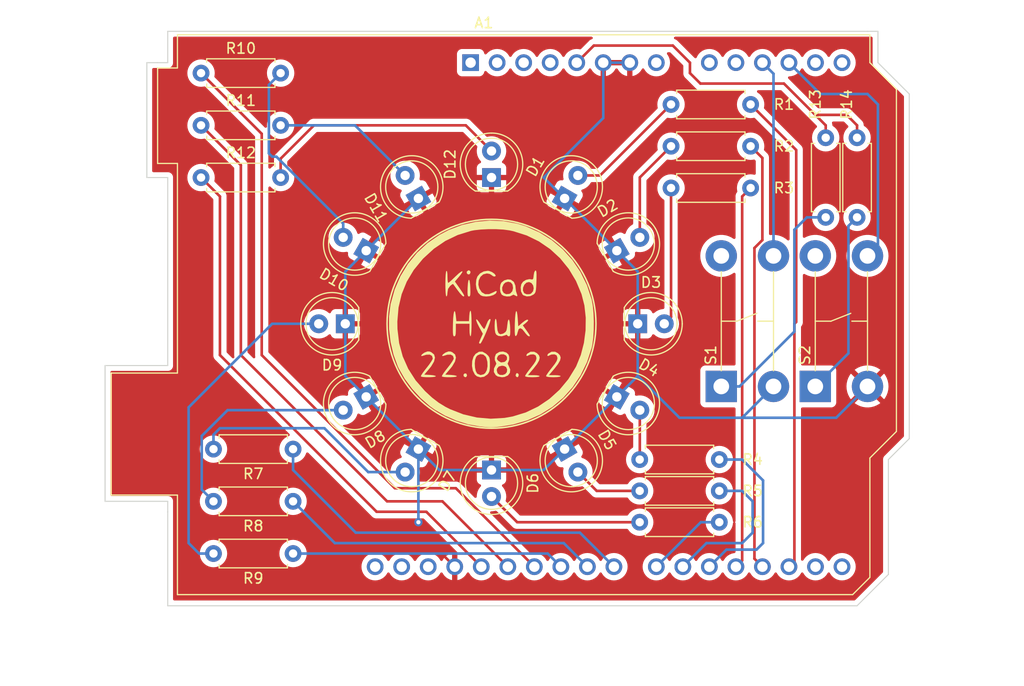
<source format=kicad_pcb>
(kicad_pcb (version 20211014) (generator pcbnew)
  (layers (0 "F.Cu" signal) (31 "B.Cu" signal) (34 "B.Paste" user) (35 "F.Paste" user) (36 "B.SilkS" user "B.Silkscreen") (37 "F.SilkS" user "F.Silkscreen") (38 "B.Mask" user) (39 "F.Mask" user) (44 "Edge.Cuts" user))
  (net 0 "")
  (net 5 "+5V")
  (net 6 "GND")
  (net 10 "A2")
  (net 11 "A3")
  (net 16 "S01")
  (net 17 "S02")
  (net 18 "S03")
  (net 19 "S04")
  (net 20 "S05")
  (net 21 "S06")
  (net 22 "S07")
  (net 23 "S08")
  (net 24 "S09")
  (net 25 "S10")
  (net 26 "S11")
  (net 27 "S12")
  (net 31 "Net-(D1-Pad2)")
  (net 32 "Net-(D2-Pad2)")
  (net 33 "Net-(D3-Pad2)")
  (net 34 "Net-(D4-Pad2)")
  (net 35 "Net-(D5-Pad2)")
  (net 36 "Net-(D6-Pad2)")
  (net 37 "Net-(D7-Pad2)")
  (net 38 "Net-(D8-Pad2)")
  (net 39 "Net-(D9-Pad2)")
  (net 40 "Net-(D10-Pad2)")
  (net 41 "Net-(D11-Pad2)")
  (net 42 "Net-(D12-Pad2)")
  (net 43 "Net-(R13-Pad1)")
  (net 44 "Net-(R14-Pad1)")
  (footprint "LED_THT:LED_D5.0mm" (layer "F.Cu") (at 134 84 150)
    (fp_text reference "D10" (at 1.27 -3.96 150) (layer "F.SilkS"))
    (fp_text value "LED")
    (pad "1" thru_hole rect (at 0 0 150) (size 1.8 1.8) (drill 0.9) (layers *.Cu *.Mask) (net 6 "GND"))
    (pad "2" thru_hole circle (at 2.54 0 150) (size 1.8 1.8) (drill 0.9) (layers *.Cu *.Mask) (net 40 "Net-(D10-Pad2)"))
  )
  (footprint "Hyuk_Library:NW3-TS-G008" (layer "F.Cu") (at 168 97 90)
    (fp_text reference "S1" (at 3 -1 90 unlocked) (layer "F.SilkS"))
    (fp_text value "SW_TACT")
    (pad "1" thru_hole rect (at 0 0 90) (size 3 3) (drill 1.5) (layers *.Cu *.Mask) (net 43 "Net-(R13-Pad1)"))
    (pad "2" thru_hole circle (at 0 5 90) (size 3 3) (drill 1.5) (layers *.Cu *.Mask) (net 6 "GND"))
    (pad "3" thru_hole circle (at 12.5 0 90) (size 3 3) (drill 1.5) (layers *.Cu *.Mask))
    (pad "4" thru_hole circle (at 12.5 5 90) (size 3 3) (drill 1.5) (layers *.Cu *.Mask) (net 10 "A2"))
  )
  (footprint "LED_THT:LED_D5.0mm" (layer "F.Cu") (at 134 98 -150)
    (fp_text reference "D8" (at 1.27 -3.96 30) (layer "F.SilkS"))
    (fp_text value "LED")
    (pad "1" thru_hole rect (at 0 0 210) (size 1.8 1.8) (drill 0.9) (layers *.Cu *.Mask) (net 6 "GND"))
    (pad "2" thru_hole circle (at 2.54 0 210) (size 1.8 1.8) (drill 0.9) (layers *.Cu *.Mask) (net 38 "Net-(D8-Pad2)"))
  )
  (footprint "Resistor_THT:R_Axial_DIN0207_L6.3mm_D2.5mm_P7.62mm_Horizontal" (layer "F.Cu") (at 167.81 107 180)
    (fp_text reference "R5" (at -3.19 0) (layer "F.SilkS"))
    (fp_text value "300")
    (pad "1" thru_hole circle (at 0 0 180) (size 1.6 1.6) (drill 0.8) (layers *.Cu *.Mask) (net 20 "S05"))
    (pad "2" thru_hole oval (at 7.62 0 180) (size 1.6 1.6) (drill 0.8) (layers *.Cu *.Mask) (net 35 "Net-(D5-Pad2)"))
  )
  (footprint "Resistor_THT:R_Axial_DIN0207_L6.3mm_D2.5mm_P7.62mm_Horizontal" (layer "F.Cu") (at 118.19 77)
    (fp_text reference "R12" (at 3.81 -2.37) (layer "F.SilkS"))
    (fp_text value "300")
    (pad "1" thru_hole circle (at 0 0) (size 1.6 1.6) (drill 0.8) (layers *.Cu *.Mask) (net 27 "S12"))
    (pad "2" thru_hole oval (at 7.62 0) (size 1.6 1.6) (drill 0.8) (layers *.Cu *.Mask) (net 42 "Net-(D12-Pad2)"))
  )
  (footprint "Resistor_THT:R_Axial_DIN0207_L6.3mm_D2.5mm_P7.62mm_Horizontal" (layer "F.Cu") (at 181 80.81 90)
    (fp_text reference "R14" (at 10.81 -1 90) (layer "F.SilkS"))
    (fp_text value "10K")
    (pad "1" thru_hole circle (at 0 0 90) (size 1.6 1.6) (drill 0.8) (layers *.Cu *.Mask) (net 44 "Net-(R14-Pad1)"))
    (pad "2" thru_hole oval (at 7.62 0 90) (size 1.6 1.6) (drill 0.8) (layers *.Cu *.Mask) (net 5 "+5V"))
  )
  (footprint "Module:Arduino_UNO_R3" (layer "F.Cu") (at 144 66)
    (fp_text reference "A1" (at 1.27 -3.81 180) (layer "F.SilkS"))
    (fp_text value "Arduino_UNO_R3")
    (pad "1" thru_hole rect locked (at 0 0 90) (size 1.6 1.6) (drill 1) (layers *.Cu *.Mask))
    (pad "2" thru_hole oval locked (at 2.54 0 90) (size 1.6 1.6) (drill 1) (layers *.Cu *.Mask))
    (pad "3" thru_hole oval locked (at 5.08 0 90) (size 1.6 1.6) (drill 1) (layers *.Cu *.Mask))
    (pad "4" thru_hole oval locked (at 7.62 0 90) (size 1.6 1.6) (drill 1) (layers *.Cu *.Mask))
    (pad "5" thru_hole oval locked (at 10.16 0 90) (size 1.6 1.6) (drill 1) (layers *.Cu *.Mask) (net 5 "+5V"))
    (pad "6" thru_hole oval locked (at 12.7 0 90) (size 1.6 1.6) (drill 1) (layers *.Cu *.Mask) (net 6 "GND"))
    (pad "7" thru_hole oval locked (at 15.24 0 90) (size 1.6 1.6) (drill 1) (layers *.Cu *.Mask) (net 6 "GND"))
    (pad "8" thru_hole oval locked (at 17.78 0 90) (size 1.6 1.6) (drill 1) (layers *.Cu *.Mask))
    (pad "9" thru_hole oval locked (at 22.86 0 90) (size 1.6 1.6) (drill 1) (layers *.Cu *.Mask))
    (pad "10" thru_hole oval locked (at 25.4 0 90) (size 1.6 1.6) (drill 1) (layers *.Cu *.Mask))
    (pad "11" thru_hole oval locked (at 27.94 0 90) (size 1.6 1.6) (drill 1) (layers *.Cu *.Mask) (net 10 "A2"))
    (pad "12" thru_hole oval locked (at 30.48 0 90) (size 1.6 1.6) (drill 1) (layers *.Cu *.Mask) (net 11 "A3"))
    (pad "13" thru_hole oval locked (at 33.02 0 90) (size 1.6 1.6) (drill 1) (layers *.Cu *.Mask))
    (pad "14" thru_hole oval locked (at 35.56 0 90) (size 1.6 1.6) (drill 1) (layers *.Cu *.Mask))
    (pad "15" thru_hole oval locked (at 35.56 48.26 90) (size 1.6 1.6) (drill 1) (layers *.Cu *.Mask))
    (pad "16" thru_hole oval locked (at 33.02 48.26 90) (size 1.6 1.6) (drill 1) (layers *.Cu *.Mask))
    (pad "17" thru_hole oval locked (at 30.48 48.26 90) (size 1.6 1.6) (drill 1) (layers *.Cu *.Mask) (net 16 "S01"))
    (pad "18" thru_hole oval locked (at 27.94 48.26 90) (size 1.6 1.6) (drill 1) (layers *.Cu *.Mask) (net 17 "S02"))
    (pad "19" thru_hole oval locked (at 25.4 48.26 90) (size 1.6 1.6) (drill 1) (layers *.Cu *.Mask) (net 18 "S03"))
    (pad "20" thru_hole oval locked (at 22.86 48.26 90) (size 1.6 1.6) (drill 1) (layers *.Cu *.Mask) (net 19 "S04"))
    (pad "21" thru_hole oval locked (at 20.32 48.26 90) (size 1.6 1.6) (drill 1) (layers *.Cu *.Mask) (net 20 "S05"))
    (pad "22" thru_hole oval locked (at 17.78 48.26 90) (size 1.6 1.6) (drill 1) (layers *.Cu *.Mask) (net 21 "S06"))
    (pad "23" thru_hole oval locked (at 13.72 48.26 90) (size 1.6 1.6) (drill 1) (layers *.Cu *.Mask) (net 22 "S07"))
    (pad "24" thru_hole oval locked (at 11.18 48.26 90) (size 1.6 1.6) (drill 1) (layers *.Cu *.Mask) (net 23 "S08"))
    (pad "25" thru_hole oval locked (at 8.64 48.26 90) (size 1.6 1.6) (drill 1) (layers *.Cu *.Mask) (net 24 "S09"))
    (pad "26" thru_hole oval locked (at 6.1 48.26 90) (size 1.6 1.6) (drill 1) (layers *.Cu *.Mask) (net 25 "S10"))
    (pad "27" thru_hole oval locked (at 3.56 48.26 90) (size 1.6 1.6) (drill 1) (layers *.Cu *.Mask) (net 26 "S11"))
    (pad "28" thru_hole oval locked (at 1.02 48.26 90) (size 1.6 1.6) (drill 1) (layers *.Cu *.Mask) (net 27 "S12"))
    (pad "29" thru_hole oval locked (at -1.52 48.26 90) (size 1.6 1.6) (drill 1) (layers *.Cu *.Mask) (net 6 "GND"))
    (pad "30" thru_hole oval locked (at -4.06 48.26 90) (size 1.6 1.6) (drill 1) (layers *.Cu *.Mask))
    (pad "31" thru_hole oval locked (at -6.6 48.26 90) (size 1.6 1.6) (drill 1) (layers *.Cu *.Mask))
    (pad "32" thru_hole oval locked (at -9.14 48.26 90) (size 1.6 1.6) (drill 1) (layers *.Cu *.Mask))
  )
  (footprint "Resistor_THT:R_Axial_DIN0207_L6.3mm_D2.5mm_P7.62mm_Horizontal" (layer "F.Cu") (at 170.81 74 180)
    (fp_text reference "R2" (at -3.19 0) (layer "F.SilkS"))
    (fp_text value "300")
    (pad "1" thru_hole circle (at 0 0 180) (size 1.6 1.6) (drill 0.8) (layers *.Cu *.Mask) (net 17 "S02"))
    (pad "2" thru_hole oval (at 7.62 0 180) (size 1.6 1.6) (drill 0.8) (layers *.Cu *.Mask) (net 32 "Net-(D2-Pad2)"))
  )
  (footprint "LED_THT:LED_D5.0mm" (layer "F.Cu") (at 158 84 30)
    (fp_text reference "D2" (at 1.27 -3.96 30) (layer "F.SilkS"))
    (fp_text value "LED")
    (pad "1" thru_hole rect (at 0 0 30) (size 1.8 1.8) (drill 0.9) (layers *.Cu *.Mask) (net 6 "GND"))
    (pad "2" thru_hole circle (at 2.54 0 30) (size 1.8 1.8) (drill 0.9) (layers *.Cu *.Mask) (net 32 "Net-(D2-Pad2)"))
  )
  (footprint "LED_THT:LED_D5.0mm" (layer "F.Cu") (at 139 103 -120)
    (fp_text reference "D7" (at 1.27 -3.96 60) (layer "F.SilkS"))
    (fp_text value "LED")
    (pad "1" thru_hole rect (at 0 0 240) (size 1.8 1.8) (drill 0.9) (layers *.Cu *.Mask) (net 6 "GND"))
    (pad "2" thru_hole circle (at 2.54 0 240) (size 1.8 1.8) (drill 0.9) (layers *.Cu *.Mask) (net 37 "Net-(D7-Pad2)"))
  )
  (footprint "LED_THT:LED_D5.0mm" (layer "F.Cu") (at 158 98 -30)
    (fp_text reference "D4" (at 1.27 -3.96 150) (layer "F.SilkS"))
    (fp_text value "LED")
    (pad "1" thru_hole rect (at 0 0 330) (size 1.8 1.8) (drill 0.9) (layers *.Cu *.Mask) (net 6 "GND"))
    (pad "2" thru_hole circle (at 2.54 0 330) (size 1.8 1.8) (drill 0.9) (layers *.Cu *.Mask) (net 34 "Net-(D4-Pad2)"))
  )
  (footprint "LED_THT:LED_D5.0mm" (layer "F.Cu") (at 132 91 180)
    (fp_text reference "D9" (at 1.27 -3.96) (layer "F.SilkS"))
    (fp_text value "LED")
    (pad "1" thru_hole rect (at 0 0 180) (size 1.8 1.8) (drill 0.9) (layers *.Cu *.Mask) (net 6 "GND"))
    (pad "2" thru_hole circle (at 2.54 0 180) (size 1.8 1.8) (drill 0.9) (layers *.Cu *.Mask) (net 39 "Net-(D9-Pad2)"))
  )
  (footprint "Resistor_THT:R_Axial_DIN0207_L6.3mm_D2.5mm_P7.62mm_Horizontal" (layer "F.Cu") (at 167.81 110 180)
    (fp_text reference "R6" (at -3.19 0) (layer "F.SilkS"))
    (fp_text value "300")
    (pad "1" thru_hole circle (at 0 0 180) (size 1.6 1.6) (drill 0.8) (layers *.Cu *.Mask) (net 21 "S06"))
    (pad "2" thru_hole oval (at 7.62 0 180) (size 1.6 1.6) (drill 0.8) (layers *.Cu *.Mask) (net 36 "Net-(D6-Pad2)"))
  )
  (footprint "LED_THT:LED_D5.0mm" (layer "F.Cu") (at 153 103 -60)
    (fp_text reference "D5" (at 1.27 -3.96 120) (layer "F.SilkS"))
    (fp_text value "LED")
    (pad "1" thru_hole rect (at 0 0 300) (size 1.8 1.8) (drill 0.9) (layers *.Cu *.Mask) (net 6 "GND"))
    (pad "2" thru_hole circle (at 2.54 0 300) (size 1.8 1.8) (drill 0.9) (layers *.Cu *.Mask) (net 35 "Net-(D5-Pad2)"))
  )
  (footprint "Resistor_THT:R_Axial_DIN0207_L6.3mm_D2.5mm_P7.62mm_Horizontal" (layer "F.Cu") (at 167.81 104 180)
    (fp_text reference "R4" (at -3.19 0) (layer "F.SilkS"))
    (fp_text value "300")
    (pad "1" thru_hole circle (at 0 0 180) (size 1.6 1.6) (drill 0.8) (layers *.Cu *.Mask) (net 19 "S04"))
    (pad "2" thru_hole oval (at 7.62 0 180) (size 1.6 1.6) (drill 0.8) (layers *.Cu *.Mask) (net 34 "Net-(D4-Pad2)"))
  )
  (footprint "Resistor_THT:R_Axial_DIN0207_L6.3mm_D2.5mm_P7.62mm_Horizontal" (layer "F.Cu") (at 170.81 78 180)
    (fp_text reference "R3" (at -3.19 0) (layer "F.SilkS"))
    (fp_text value "300")
    (pad "1" thru_hole circle (at 0 0 180) (size 1.6 1.6) (drill 0.8) (layers *.Cu *.Mask) (net 18 "S03"))
    (pad "2" thru_hole oval (at 7.62 0 180) (size 1.6 1.6) (drill 0.8) (layers *.Cu *.Mask) (net 33 "Net-(D3-Pad2)"))
  )
  (footprint "LED_THT:LED_D5.0mm" (layer "F.Cu") (at 146 105 -90)
    (fp_text reference "D6" (at 1.27 -3.96 90) (layer "F.SilkS"))
    (fp_text value "LED")
    (pad "1" thru_hole rect (at 0 0 270) (size 1.8 1.8) (drill 0.9) (layers *.Cu *.Mask) (net 6 "GND"))
    (pad "2" thru_hole circle (at 2.54 0 270) (size 1.8 1.8) (drill 0.9) (layers *.Cu *.Mask) (net 36 "Net-(D6-Pad2)"))
  )
  (footprint "Hyuk_Library:NW3-TS-G008" (layer "F.Cu") (at 177 97 90)
    (fp_text reference "S2" (at 3 -1 90 unlocked) (layer "F.SilkS"))
    (fp_text value "SW_TACT")
    (pad "1" thru_hole rect (at 0 0 90) (size 3 3) (drill 1.5) (layers *.Cu *.Mask) (net 44 "Net-(R14-Pad1)"))
    (pad "2" thru_hole circle (at 0 5 90) (size 3 3) (drill 1.5) (layers *.Cu *.Mask) (net 6 "GND"))
    (pad "3" thru_hole circle (at 12.5 0 90) (size 3 3) (drill 1.5) (layers *.Cu *.Mask))
    (pad "4" thru_hole circle (at 12.5 5 90) (size 3 3) (drill 1.5) (layers *.Cu *.Mask) (net 11 "A3"))
  )
  (footprint "Resistor_THT:R_Axial_DIN0207_L6.3mm_D2.5mm_P7.62mm_Horizontal" (layer "F.Cu") (at 127 108 180)
    (fp_text reference "R8" (at 3.81 -2.37) (layer "F.SilkS"))
    (fp_text value "300")
    (pad "1" thru_hole circle (at 0 0 180) (size 1.6 1.6) (drill 0.8) (layers *.Cu *.Mask) (net 23 "S08"))
    (pad "2" thru_hole oval (at 7.62 0 180) (size 1.6 1.6) (drill 0.8) (layers *.Cu *.Mask) (net 38 "Net-(D8-Pad2)"))
  )
  (footprint "LED_THT:LED_D5.0mm" (layer "F.Cu") (at 146 77 90)
    (fp_text reference "D12" (at 1.27 -3.96 90) (layer "F.SilkS"))
    (fp_text value "LED")
    (pad "1" thru_hole rect (at 0 0 90) (size 1.8 1.8) (drill 0.9) (layers *.Cu *.Mask) (net 6 "GND"))
    (pad "2" thru_hole circle (at 2.54 0 90) (size 1.8 1.8) (drill 0.9) (layers *.Cu *.Mask) (net 42 "Net-(D12-Pad2)"))
  )
  (footprint "LED_THT:LED_D5.0mm" (layer "F.Cu") (at 160 91)
    (fp_text reference "D3" (at 1.27 -3.96) (layer "F.SilkS"))
    (fp_text value "LED")
    (pad "1" thru_hole rect (at 0 0) (size 1.8 1.8) (drill 0.9) (layers *.Cu *.Mask) (net 6 "GND"))
    (pad "2" thru_hole circle (at 2.54 0) (size 1.8 1.8) (drill 0.9) (layers *.Cu *.Mask) (net 33 "Net-(D3-Pad2)"))
  )
  (footprint "Resistor_THT:R_Axial_DIN0207_L6.3mm_D2.5mm_P7.62mm_Horizontal" (layer "F.Cu") (at 118.19 67)
    (fp_text reference "R10" (at 3.81 -2.37) (layer "F.SilkS"))
    (fp_text value "300")
    (pad "1" thru_hole circle (at 0 0) (size 1.6 1.6) (drill 0.8) (layers *.Cu *.Mask) (net 25 "S10"))
    (pad "2" thru_hole oval (at 7.62 0) (size 1.6 1.6) (drill 0.8) (layers *.Cu *.Mask) (net 40 "Net-(D10-Pad2)"))
  )
  (footprint "LED_THT:LED_D5.0mm" (layer "F.Cu") (at 153 79 60)
    (fp_text reference "D1" (at 1.27 -3.96 60) (layer "F.SilkS"))
    (fp_text value "LED")
    (pad "1" thru_hole rect (at 0 0 60) (size 1.8 1.8) (drill 0.9) (layers *.Cu *.Mask) (net 6 "GND"))
    (pad "2" thru_hole circle (at 2.54 0 60) (size 1.8 1.8) (drill 0.9) (layers *.Cu *.Mask) (net 31 "Net-(D1-Pad2)"))
  )
  (footprint "Resistor_THT:R_Axial_DIN0207_L6.3mm_D2.5mm_P7.62mm_Horizontal" (layer "F.Cu") (at 127 113 180)
    (fp_text reference "R9" (at 3.81 -2.37) (layer "F.SilkS"))
    (fp_text value "300")
    (pad "1" thru_hole circle (at 0 0 180) (size 1.6 1.6) (drill 0.8) (layers *.Cu *.Mask) (net 24 "S09"))
    (pad "2" thru_hole oval (at 7.62 0 180) (size 1.6 1.6) (drill 0.8) (layers *.Cu *.Mask) (net 39 "Net-(D9-Pad2)"))
  )
  (footprint "Resistor_THT:R_Axial_DIN0207_L6.3mm_D2.5mm_P7.62mm_Horizontal" (layer "F.Cu") (at 127 103 180)
    (fp_text reference "R7" (at 3.81 -2.37) (layer "F.SilkS"))
    (fp_text value "300")
    (pad "1" thru_hole circle (at 0 0 180) (size 1.6 1.6) (drill 0.8) (layers *.Cu *.Mask) (net 22 "S07"))
    (pad "2" thru_hole oval (at 7.62 0 180) (size 1.6 1.6) (drill 0.8) (layers *.Cu *.Mask) (net 37 "Net-(D7-Pad2)"))
  )
  (footprint "LED_THT:LED_D5.0mm" (layer "F.Cu") (at 139 79 120)
    (fp_text reference "D11" (at 1.27 -3.96 120) (layer "F.SilkS"))
    (fp_text value "LED")
    (pad "1" thru_hole rect (at 0 0 120) (size 1.8 1.8) (drill 0.9) (layers *.Cu *.Mask) (net 6 "GND"))
    (pad "2" thru_hole circle (at 2.54 0 120) (size 1.8 1.8) (drill 0.9) (layers *.Cu *.Mask) (net 41 "Net-(D11-Pad2)"))
  )
  (footprint "Resistor_THT:R_Axial_DIN0207_L6.3mm_D2.5mm_P7.62mm_Horizontal" (layer "F.Cu") (at 178 80.81 90)
    (fp_text reference "R13" (at 10.81 -1 90) (layer "F.SilkS"))
    (fp_text value "10K")
    (pad "1" thru_hole circle (at 0 0 90) (size 1.6 1.6) (drill 0.8) (layers *.Cu *.Mask) (net 43 "Net-(R13-Pad1)"))
    (pad "2" thru_hole oval (at 7.62 0 90) (size 1.6 1.6) (drill 0.8) (layers *.Cu *.Mask) (net 5 "+5V"))
  )
  (footprint "Resistor_THT:R_Axial_DIN0207_L6.3mm_D2.5mm_P7.62mm_Horizontal" (layer "F.Cu") (at 118.19 72)
    (fp_text reference "R11" (at 3.81 -2.37) (layer "F.SilkS"))
    (fp_text value "300")
    (pad "1" thru_hole circle (at 0 0) (size 1.6 1.6) (drill 0.8) (layers *.Cu *.Mask) (net 26 "S11"))
    (pad "2" thru_hole oval (at 7.62 0) (size 1.6 1.6) (drill 0.8) (layers *.Cu *.Mask) (net 41 "Net-(D11-Pad2)"))
  )
  (footprint "Hyuk_Library:Logo_220822_1" (layer "F.Cu") (at 146 91)
    (fp_text reference "G***" hide)
    (fp_text value "LOGO" hide)
  )
  (footprint "Resistor_THT:R_Axial_DIN0207_L6.3mm_D2.5mm_P7.62mm_Horizontal" (layer "F.Cu") (at 170.81 70 180)
    (fp_text reference "R1" (at -3.19 0) (layer "F.SilkS"))
    (fp_text value "300")
    (pad "1" thru_hole circle (at 0 0 180) (size 1.6 1.6) (drill 0.8) (layers *.Cu *.Mask) (net 16 "S01"))
    (pad "2" thru_hole oval (at 7.62 0 180) (size 1.6 1.6) (drill 0.8) (layers *.Cu *.Mask) (net 31 "Net-(D1-Pad2)"))
  )
  (gr_circle (center 146 91) (end 146 101) (layer "F.SilkS") (width 0.15) (fill none))
  (gr_line (start 182 63) (end 183 63) (layer "Edge.Cuts") (width 0.1))
  (gr_line (start 115 109) (end 115 108) (layer "Edge.Cuts") (width 0.1))
  (gr_line (start 113 66) (end 113 77) (layer "Edge.Cuts") (width 0.1))
  (gr_line (start 115 95) (end 115 77) (layer "Edge.Cuts") (width 0.1))
  (gr_line (start 115 118) (end 115 109) (layer "Edge.Cuts") (width 0.1))
  (gr_line (start 186 102) (end 184 104) (layer "Edge.Cuts") (width 0.1))
  (gr_line (start 113 77) (end 115 77) (layer "Edge.Cuts") (width 0.1))
  (gr_line (start 183 66) (end 185 68) (layer "Edge.Cuts") (width 0.1))
  (gr_line (start 115 63) (end 182 63) (layer "Edge.Cuts") (width 0.1))
  (gr_line (start 186 69) (end 186 102) (layer "Edge.Cuts") (width 0.1))
  (gr_line (start 114 66) (end 113 66) (layer "Edge.Cuts") (width 0.1))
  (gr_line (start 115 66) (end 115 63) (layer "Edge.Cuts") (width 0.1))
  (gr_line (start 185 68) (end 186 69) (layer "Edge.Cuts") (width 0.1))
  (gr_line (start 181 118) (end 115 118) (layer "Edge.Cuts") (width 0.1))
  (gr_line (start 183 63) (end 183 66) (layer "Edge.Cuts") (width 0.1))
  (gr_line (start 109 95) (end 115 95) (layer "Edge.Cuts") (width 0.1))
  (gr_line (start 114 66) (end 115 66) (layer "Edge.Cuts") (width 0.1))
  (gr_line (start 184 115) (end 181 118) (layer "Edge.Cuts") (width 0.1))
  (gr_line (start 184 104) (end 184 115) (layer "Edge.Cuts") (width 0.1))
  (gr_line (start 115 108) (end 109 108) (layer "Edge.Cuts") (width 0.1))
  (gr_line (start 109 108) (end 109 95) (layer "Edge.Cuts") (width 0.1))
  (segment (start 177 71) (end 178 72) (width 0.25) (layer "F.Cu") (net 5))
  (segment (start 166 68) (end 174 68) (width 0.25) (layer "F.Cu") (net 5))
  (segment (start 177 71) (end 180 71) (width 0.25) (layer "F.Cu") (net 5))
  (segment (start 180 71) (end 181 72) (width 0.25) (layer "F.Cu") (net 5))
  (segment (start 181 72) (end 181 73.19) (width 0.25) (layer "F.Cu") (net 5))
  (segment (start 163.363557 64.363557) (end 165 66) (width 0.25) (layer "F.Cu") (net 5))
  (segment (start 174 68) (end 177 71) (width 0.25) (layer "F.Cu") (net 5))
  (segment (start 154.16 66) (end 155.796443 64.363557) (width 0.25) (layer "F.Cu") (net 5))
  (segment (start 165 67) (end 166 68) (width 0.25) (layer "F.Cu") (net 5))
  (segment (start 165 66) (end 165 67) (width 0.25) (layer "F.Cu") (net 5))
  (segment (start 178 72) (end 178 73.19) (width 0.25) (layer "F.Cu") (net 5))
  (segment (start 155.796443 64.363557) (end 163.363557 64.363557) (width 0.25) (layer "F.Cu") (net 5))
  (segment (start 139 110.78) (end 142.48 114.26) (width 0.25) (layer "F.Cu") (net 6))
  (segment (start 139 110) (end 139 110.78) (width 0.25) (layer "F.Cu") (net 6))
  (via (at 139 110) (size 0.8) (drill 0.4) (layers "F.Cu" "B.Cu") (net 6))
  (segment (start 178 100) (end 179 100) (width 0.25) (layer "B.Cu") (net 6))
  (segment (start 158 98) (end 153 103) (width 0.25) (layer "B.Cu") (net 6))
  (segment (start 134 98) (end 132 96) (width 0.25) (layer "B.Cu") (net 6))
  (segment (start 160 96) (end 164 100) (width 0.25) (layer "B.Cu") (net 6))
  (segment (start 132 86) (end 134 84) (width 0.25) (layer "B.Cu") (net 6))
  (segment (start 151 77) (end 153 79) (width 0.25) (layer "B.Cu") (net 6))
  (segment (start 156.7 71.3) (end 151 77) (width 0.25) (layer "B.Cu") (net 6))
  (segment (start 164 100) (end 170 100) (width 0.25) (layer "B.Cu") (net 6))
  (segment (start 171 100) (end 178 100) (width 0.25) (layer "B.Cu") (net 6))
  (segment (start 132 96) (end 132 91) (width 0.25) (layer "B.Cu") (net 6))
  (segment (start 139 103) (end 139 110) (width 0.25) (layer "B.Cu") (net 6))
  (segment (start 158 84) (end 160 86) (width 0.25) (layer "B.Cu") (net 6))
  (segment (start 179 100) (end 182 97) (width 0.25) (layer "B.Cu") (net 6))
  (segment (start 170 100) (end 171 100) (width 0.25) (layer "B.Cu") (net 6))
  (segment (start 160 91) (end 160 96) (width 0.25) (layer "B.Cu") (net 6))
  (segment (start 160 86) (end 160 91) (width 0.25) (layer "B.Cu") (net 6))
  (segment (start 156.7 66) (end 156.7 71.3) (width 0.25) (layer "B.Cu") (net 6))
  (segment (start 151 105) (end 146 105) (width 0.25) (layer "B.Cu") (net 6))
  (segment (start 141 105) (end 139 103) (width 0.25) (layer "B.Cu") (net 6))
  (segment (start 132 91) (end 132 86) (width 0.25) (layer "B.Cu") (net 6))
  (segment (start 170.75 100) (end 170 100) (width 0.25) (layer "B.Cu") (net 6))
  (segment (start 153 103) (end 151 105) (width 0.25) (layer "B.Cu") (net 6))
  (segment (start 159.24 66) (end 156.7 66) (width 0.25) (layer "B.Cu") (net 6))
  (segment (start 153 79) (end 158 84) (width 0.25) (layer "B.Cu") (net 6))
  (segment (start 160 96) (end 158 98) (width 0.25) (layer "B.Cu") (net 6))
  (segment (start 146 105) (end 141 105) (width 0.25) (layer "B.Cu") (net 6))
  (segment (start 170 100) (end 173 97) (width 0.25) (layer "B.Cu") (net 6))
  (segment (start 139 103) (end 134 98) (width 0.25) (layer "B.Cu") (net 6))
  (segment (start 134 84) (end 139 79) (width 0.25) (layer "B.Cu") (net 6))
  (segment (start 173 67.06) (end 171.94 66) (width 0.25) (layer "B.Cu") (net 10))
  (segment (start 173 84.5) (end 173 67.06) (width 0.25) (layer "B.Cu") (net 10))
  (segment (start 174.48 66) (end 177.48 69) (width 0.25) (layer "B.Cu") (net 11))
  (segment (start 183 83.5) (end 182 84.5) (width 0.25) (layer "B.Cu") (net 11))
  (segment (start 182 69) (end 183 70) (width 0.25) (layer "B.Cu") (net 11))
  (segment (start 177.48 69) (end 182 69) (width 0.25) (layer "B.Cu") (net 11))
  (segment (start 183 70) (end 183 83.5) (width 0.25) (layer "B.Cu") (net 11))
  (segment (start 170.81 70) (end 175.175 74.365) (width 0.25) (layer "F.Cu") (net 16))
  (segment (start 175 91) (end 175 113.74) (width 0.25) (layer "F.Cu") (net 16))
  (segment (start 175.175 90.825) (end 175 91) (width 0.25) (layer "F.Cu") (net 16))
  (segment (start 175.175 74.365) (end 175.175 90.825) (width 0.25) (layer "F.Cu") (net 16))
  (segment (start 175 113.74) (end 174.48 114.26) (width 0.25) (layer "F.Cu") (net 16))
  (segment (start 171.935 75.125) (end 171.935 82.98406) (width 0.25) (layer "F.Cu") (net 17))
  (segment (start 171.175 113.495) (end 171.94 114.26) (width 0.25) (layer "F.Cu") (net 17))
  (segment (start 171.175 83.74406) (end 171.175 113.495) (width 0.25) (layer "F.Cu") (net 17))
  (segment (start 170.81 74) (end 171.935 75.125) (width 0.25) (layer "F.Cu") (net 17))
  (segment (start 171.935 82.98406) (end 171.175 83.74406) (width 0.25) (layer "F.Cu") (net 17))
  (segment (start 170 113.66) (end 170 78.81) (width 0.25) (layer "F.Cu") (net 18))
  (segment (start 170 78.81) (end 170.81 78) (width 0.25) (layer "F.Cu") (net 18))
  (segment (start 169.4 114.26) (end 170 113.66) (width 0.25) (layer "F.Cu") (net 18))
  (segment (start 167.81 104) (end 170 104) (width 0.25) (layer "B.Cu") (net 19))
  (segment (start 172 112) (end 171.376443 112.623557) (width 0.25) (layer "B.Cu") (net 19))
  (segment (start 168.496443 112.623557) (end 166.86 114.26) (width 0.25) (layer "B.Cu") (net 19))
  (segment (start 172 106) (end 172 112) (width 0.25) (layer "B.Cu") (net 19))
  (segment (start 170 104) (end 172 106) (width 0.25) (layer "B.Cu") (net 19))
  (segment (start 171.376443 112.623557) (end 168.496443 112.623557) (width 0.25) (layer "B.Cu") (net 19))
  (segment (start 171 108) (end 170 107) (width 0.25) (layer "B.Cu") (net 20))
  (segment (start 166.58 112) (end 170 112) (width 0.25) (layer "B.Cu") (net 20))
  (segment (start 170 112) (end 171 111) (width 0.25) (layer "B.Cu") (net 20))
  (segment (start 170 107) (end 167.81 107) (width 0.25) (layer "B.Cu") (net 20))
  (segment (start 171 111) (end 171 108) (width 0.25) (layer "B.Cu") (net 20))
  (segment (start 164.32 114.26) (end 166.58 112) (width 0.25) (layer "B.Cu") (net 20))
  (segment (start 161.78 114.26) (end 161.78 114.22) (width 0.25) (layer "F.Cu") (net 21))
  (segment (start 161.78 114.22) (end 162 114) (width 0.25) (layer "F.Cu") (net 21))
  (segment (start 166.04 110) (end 167.81 110) (width 0.25) (layer "B.Cu") (net 21))
  (segment (start 161.78 114.26) (end 166.04 110) (width 0.25) (layer "B.Cu") (net 21))
  (segment (start 127 103) (end 127 105) (width 0.25) (layer "B.Cu") (net 22))
  (segment (start 154.46 111) (end 133 111) (width 0.25) (layer "B.Cu") (net 22))
  (segment (start 154.46 111) (end 157.72 114.26) (width 0.25) (layer "B.Cu") (net 22))
  (segment (start 127 105) (end 133 111) (width 0.25) (layer "B.Cu") (net 22))
  (segment (start 131 112) (end 127 108) (width 0.25) (layer "B.Cu") (net 23))
  (segment (start 152.92 112) (end 155.18 114.26) (width 0.25) (layer "B.Cu") (net 23))
  (segment (start 152.92 112) (end 131 112) (width 0.25) (layer "B.Cu") (net 23))
  (segment (start 151.38 113) (end 152.64 114.26) (width 0.25) (layer "B.Cu") (net 24))
  (segment (start 127 113) (end 151.38 113) (width 0.25) (layer "B.Cu") (net 24))
  (segment (start 124 94) (end 136.744727 106.744727) (width 0.25) (layer "F.Cu") (net 25))
  (segment (start 124 72.81) (end 124 94) (width 0.25) (layer "F.Cu") (net 25))
  (segment (start 136.744727 106.744727) (end 142.584727 106.744727) (width 0.25) (layer "F.Cu") (net 25))
  (segment (start 118.19 67) (end 124 72.81) (width 0.25) (layer "F.Cu") (net 25))
  (segment (start 142.584727 106.744727) (end 150.1 114.26) (width 0.25) (layer "F.Cu") (net 25))
  (segment (start 118.19 72) (end 122 75.81) (width 0.25) (layer "F.Cu") (net 26))
  (segment (start 136 108) (end 141.3 108) (width 0.25) (layer "F.Cu") (net 26))
  (segment (start 141.3 108) (end 147.56 114.26) (width 0.25) (layer "F.Cu") (net 26))
  (segment (start 122 75.81) (end 122 94) (width 0.25) (layer "F.Cu") (net 26))
  (segment (start 122 94) (end 136 108) (width 0.25) (layer "F.Cu") (net 26))
  (segment (start 118.19 77) (end 120 78.81) (width 0.25) (layer "F.Cu") (net 27))
  (segment (start 120 78.81) (end 120 94) (width 0.25) (layer "F.Cu") (net 27))
  (segment (start 139.76 109) (end 145.02 114.26) (width 0.25) (layer "F.Cu") (net 27))
  (segment (start 135 109) (end 139.76 109) (width 0.25) (layer "F.Cu") (net 27))
  (segment (start 120 94) (end 135 109) (width 0.25) (layer "F.Cu") (net 27))
  (segment (start 154.27 76.800295) (end 156.389705 76.800295) (width 0.25) (layer "F.Cu") (net 31))
  (segment (start 156.389705 76.800295) (end 163.19 70) (width 0.25) (layer "F.Cu") (net 31))
  (segment (start 160.199705 76.990295) (end 163.19 74) (width 0.25) (layer "F.Cu") (net 32))
  (segment (start 160.199705 82.73) (end 160.199705 76.990295) (width 0.25) (layer "F.Cu") (net 32))
  (segment (start 163.19 90.35) (end 162.54 91) (width 0.25) (layer "F.Cu") (net 33))
  (segment (start 163.19 78) (end 163.19 90.35) (width 0.25) (layer "F.Cu") (net 33))
  (segment (start 160.199705 99.27) (end 160.199705 103.990295) (width 0.25) (layer "F.Cu") (net 34))
  (segment (start 160.199705 103.990295) (end 160.19 104) (width 0.25) (layer "F.Cu") (net 34))
  (segment (start 156.070295 107) (end 160.19 107) (width 0.25) (layer "F.Cu") (net 35))
  (segment (start 154.27 105.199705) (end 156.070295 107) (width 0.25) (layer "F.Cu") (net 35))
  (segment (start 148.46 110) (end 160.19 110) (width 0.25) (layer "F.Cu") (net 36))
  (segment (start 146 107.54) (end 148.46 110) (width 0.25) (layer "F.Cu") (net 36))
  (segment (start 119.38 101.62) (end 120 101) (width 0.25) (layer "B.Cu") (net 37))
  (segment (start 120 101) (end 130 101) (width 0.25) (layer "B.Cu") (net 37))
  (segment (start 119.38 103) (end 119.38 101.62) (width 0.25) (layer "B.Cu") (net 37))
  (segment (start 134.199705 105.199705) (end 137.73 105.199705) (width 0.25) (layer "B.Cu") (net 37))
  (segment (start 130 101) (end 134.199705 105.199705) (width 0.25) (layer "B.Cu") (net 37))
  (segment (start 118.255 106.875) (end 118.255 101.745) (width 0.25) (layer "B.Cu") (net 38))
  (segment (start 118.255 101.745) (end 120.73 99.27) (width 0.25) (layer "B.Cu") (net 38))
  (segment (start 120.73 99.27) (end 131.800295 99.27) (width 0.25) (layer "B.Cu") (net 38))
  (segment (start 119.38 108) (end 118.255 106.875) (width 0.25) (layer "B.Cu") (net 38))
  (segment (start 117 112) (end 117 99) (width 0.25) (layer "B.Cu") (net 39))
  (segment (start 118 113) (end 117 112) (width 0.25) (layer "B.Cu") (net 39))
  (segment (start 117 99) (end 125 91) (width 0.25) (layer "B.Cu") (net 39))
  (segment (start 125 91) (end 129.46 91) (width 0.25) (layer "B.Cu") (net 39))
  (segment (start 119.38 113) (end 118 113) (width 0.25) (layer "B.Cu") (net 39))
  (segment (start 131.54 82.73) (end 131.800295 82.73) (width 0.25) (layer "F.Cu") (net 40))
  (segment (start 125 75) (end 125.400991 75) (width 0.25) (layer "B.Cu") (net 40))
  (segment (start 125.81 67) (end 124.685 68.125) (width 0.25) (layer "B.Cu") (net 40))
  (segment (start 131.800295 81.399304) (end 131.800295 82.73) (width 0.25) (layer "B.Cu") (net 40))
  (segment (start 124.685 74.685) (end 125 75) (width 0.25) (layer "B.Cu") (net 40))
  (segment (start 125.400991 75) (end 131.800295 81.399304) (width 0.25) (layer "B.Cu") (net 40))
  (segment (start 124.685 68.125) (end 124.685 74.685) (width 0.25) (layer "B.Cu") (net 40))
  (segment (start 125.81 72) (end 132.929705 72) (width 0.25) (layer "B.Cu") (net 41))
  (segment (start 132.929705 72) (end 137.73 76.800295) (width 0.25) (layer "B.Cu") (net 41))
  (segment (start 125.81 75.19) (end 129 72) (width 0.25) (layer "F.Cu") (net 42))
  (segment (start 129 72) (end 143.54 72) (width 0.25) (layer "F.Cu") (net 42))
  (segment (start 143.54 72) (end 146 74.46) (width 0.25) (layer "F.Cu") (net 42))
  (segment (start 125.81 77) (end 125.81 75.19) (width 0.25) (layer "F.Cu") (net 42))
  (segment (start 168 96) (end 168 97) (width 0.25) (layer "F.Cu") (net 43))
  (segment (start 176.19 80.81) (end 175 82) (width 0.25) (layer "B.Cu") (net 43))
  (segment (start 169.75 97) (end 168 97) (width 0.25) (layer "B.Cu") (net 43))
  (segment (start 175 82) (end 175 91.75) (width 0.25) (layer "B.Cu") (net 43))
  (segment (start 175 91.75) (end 169.75 97) (width 0.25) (layer "B.Cu") (net 43))
  (segment (start 178 80.81) (end 176.19 80.81) (width 0.25) (layer "B.Cu") (net 43))
  (segment (start 181 80.81) (end 180.175 81.635) (width 0.25) (layer "B.Cu") (net 44))
  (segment (start 180.175 81.635) (end 180.175 93.825) (width 0.25) (layer "B.Cu") (net 44))
  (segment (start 180.175 93.825) (end 177 97) (width 0.25) (layer "B.Cu") (net 44))
  (zone (net 6) (net_name "GND") (layer "F.Cu") (connect_pads (clearance 0.508)) (min_thickness 0.254) (fill yes (thermal_gap 0.508) (thermal_bridge_width 0.508))
    (polygon (pts (xy 190 64) (xy 190 74) (xy 197 120) (xy 173 125) (xy 146.469821 124.443712) (xy 100.410058 125.699937) (xy 98.940237 62.256225) (xy 112 60) (xy 184 60)))
  )
)
</source>
